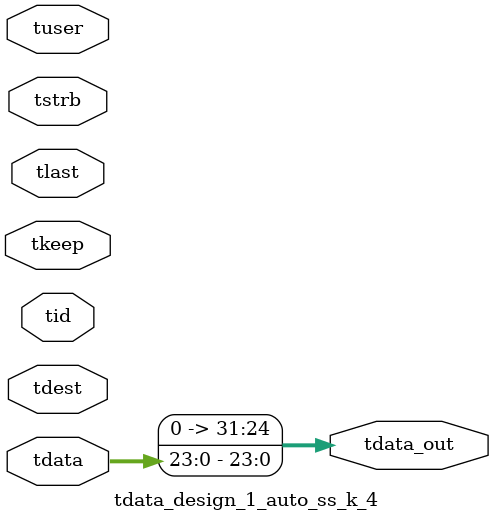
<source format=v>


`timescale 1ps/1ps

module tdata_design_1_auto_ss_k_4 #
(
parameter C_S_AXIS_TDATA_WIDTH = 32,
parameter C_S_AXIS_TUSER_WIDTH = 0,
parameter C_S_AXIS_TID_WIDTH   = 0,
parameter C_S_AXIS_TDEST_WIDTH = 0,
parameter C_M_AXIS_TDATA_WIDTH = 32
)
(
input  [(C_S_AXIS_TDATA_WIDTH == 0 ? 1 : C_S_AXIS_TDATA_WIDTH)-1:0     ] tdata,
input  [(C_S_AXIS_TUSER_WIDTH == 0 ? 1 : C_S_AXIS_TUSER_WIDTH)-1:0     ] tuser,
input  [(C_S_AXIS_TID_WIDTH   == 0 ? 1 : C_S_AXIS_TID_WIDTH)-1:0       ] tid,
input  [(C_S_AXIS_TDEST_WIDTH == 0 ? 1 : C_S_AXIS_TDEST_WIDTH)-1:0     ] tdest,
input  [(C_S_AXIS_TDATA_WIDTH/8)-1:0 ] tkeep,
input  [(C_S_AXIS_TDATA_WIDTH/8)-1:0 ] tstrb,
input                                                                    tlast,
output [C_M_AXIS_TDATA_WIDTH-1:0] tdata_out
);

assign tdata_out = {tdata[23:0]};

endmodule


</source>
